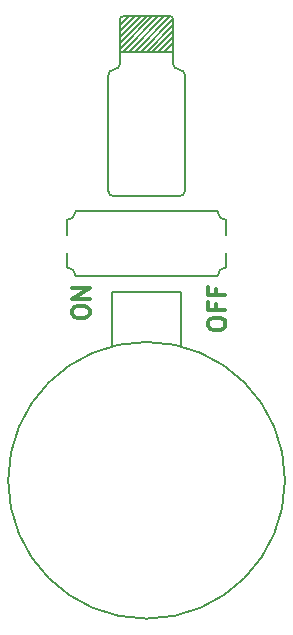
<source format=gbr>
G04 #@! TF.GenerationSoftware,KiCad,Pcbnew,5.0.2-5.fc29*
G04 #@! TF.CreationDate,2019-09-28T03:24:05+07:00*
G04 #@! TF.ProjectId,VibrateInsectBoard,56696272-6174-4654-996e-73656374426f,rev?*
G04 #@! TF.SameCoordinates,Original*
G04 #@! TF.FileFunction,Legend,Top*
G04 #@! TF.FilePolarity,Positive*
%FSLAX45Y45*%
G04 Gerber Fmt 4.5, Leading zero omitted, Abs format (unit mm)*
G04 Created by KiCad (PCBNEW 5.0.2-5.fc29) date Sat 28 Sep 2019 03:24:05 AM +07*
%MOMM*%
%LPD*%
G01*
G04 APERTURE LIST*
%ADD10C,0.300000*%
%ADD11C,0.200000*%
%ADD12C,0.150000*%
G04 APERTURE END LIST*
D10*
X17017857Y-9492857D02*
X17017857Y-9464286D01*
X17025000Y-9450000D01*
X17039286Y-9435714D01*
X17067857Y-9428571D01*
X17117857Y-9428571D01*
X17146429Y-9435714D01*
X17160714Y-9450000D01*
X17167857Y-9464286D01*
X17167857Y-9492857D01*
X17160714Y-9507143D01*
X17146429Y-9521429D01*
X17117857Y-9528571D01*
X17067857Y-9528571D01*
X17039286Y-9521429D01*
X17025000Y-9507143D01*
X17017857Y-9492857D01*
X17089286Y-9314286D02*
X17089286Y-9364286D01*
X17167857Y-9364286D02*
X17017857Y-9364286D01*
X17017857Y-9292857D01*
X17089286Y-9185714D02*
X17089286Y-9235714D01*
X17167857Y-9235714D02*
X17017857Y-9235714D01*
X17017857Y-9164286D01*
X15867857Y-9392857D02*
X15867857Y-9364286D01*
X15875000Y-9350000D01*
X15889286Y-9335714D01*
X15917857Y-9328571D01*
X15967857Y-9328571D01*
X15996428Y-9335714D01*
X16010714Y-9350000D01*
X16017857Y-9364286D01*
X16017857Y-9392857D01*
X16010714Y-9407143D01*
X15996428Y-9421429D01*
X15967857Y-9428571D01*
X15917857Y-9428571D01*
X15889286Y-9421429D01*
X15875000Y-9407143D01*
X15867857Y-9392857D01*
X16017857Y-9264286D02*
X15867857Y-9264286D01*
X16017857Y-9178571D01*
X15867857Y-9178571D01*
D11*
G04 #@! TO.C,BT1*
X17671627Y-10803373D02*
G75*
G03X17671627Y-10803373I-1171627J0D01*
G01*
D12*
X16795000Y-9210000D02*
X16205000Y-9210000D01*
X16205000Y-9210000D02*
X16205000Y-9665000D01*
X16795000Y-9210000D02*
X16795000Y-9665000D01*
D11*
G04 #@! TO.C,SW1*
X17175000Y-8600000D02*
X17175000Y-8725000D01*
X17175000Y-8875000D02*
X17175000Y-9000000D01*
X15825000Y-8875000D02*
X15825000Y-9000000D01*
X17175000Y-8600000D02*
G75*
G02X17100000Y-8525000I0J75000D01*
G01*
X15900000Y-8525000D02*
G75*
G02X15825000Y-8600000I-75000J0D01*
G01*
X15825000Y-9000000D02*
G75*
G02X15900000Y-9075000I0J-75000D01*
G01*
X17100000Y-9075000D02*
G75*
G02X17175000Y-9000000I75000J0D01*
G01*
X15900000Y-9075000D02*
X17100000Y-9075000D01*
X15900000Y-8525000D02*
X17100000Y-8525000D01*
X15825000Y-8600000D02*
X15825000Y-8725000D01*
G04 #@! TO.C,M1*
X16175000Y-7375000D02*
G75*
G02X16225000Y-7325000I50000J0D01*
G01*
X16775000Y-7325000D02*
G75*
G02X16825000Y-7375000I0J-50000D01*
G01*
X16825000Y-8350000D02*
G75*
G02X16775000Y-8400000I-50000J0D01*
G01*
X16225000Y-8400000D02*
G75*
G02X16175000Y-8350000I0J50000D01*
G01*
X16775000Y-7325000D02*
G75*
G02X16725000Y-7275000I0J50000D01*
G01*
X16275000Y-7275000D02*
G75*
G02X16225000Y-7325000I-50000J0D01*
G01*
X16275000Y-6900000D02*
G75*
G02X16300000Y-6875000I25000J0D01*
G01*
X16700000Y-6875000D02*
G75*
G02X16725000Y-6900000I0J-25000D01*
G01*
X16650000Y-7175000D02*
X16725000Y-7100000D01*
X16600000Y-7175000D02*
X16725000Y-7050000D01*
X16550000Y-7175000D02*
X16725000Y-7000000D01*
X16500000Y-7175000D02*
X16725000Y-6950000D01*
X16450000Y-7175000D02*
X16725000Y-6900000D01*
X16400000Y-7175000D02*
X16700000Y-6875000D01*
X16350000Y-7175000D02*
X16650000Y-6875000D01*
X16300000Y-7175000D02*
X16600000Y-6875000D01*
X16275000Y-7150000D02*
X16550000Y-6875000D01*
X16275000Y-7100000D02*
X16500000Y-6875000D01*
X16275000Y-7050000D02*
X16450000Y-6875000D01*
X16275000Y-7000000D02*
X16400000Y-6875000D01*
X16275000Y-6950000D02*
X16350000Y-6875000D01*
X16275000Y-7175000D02*
X16725000Y-7175000D01*
X16725000Y-7275000D02*
X16725000Y-6900000D01*
X16275000Y-7275000D02*
X16275000Y-6900000D01*
X16825000Y-8350000D02*
X16825000Y-7375000D01*
X16175000Y-8350000D02*
X16175000Y-7375000D01*
X16300000Y-6875000D02*
X16700000Y-6875000D01*
X16225000Y-8400000D02*
X16775000Y-8400000D01*
G04 #@! TD*
M02*

</source>
